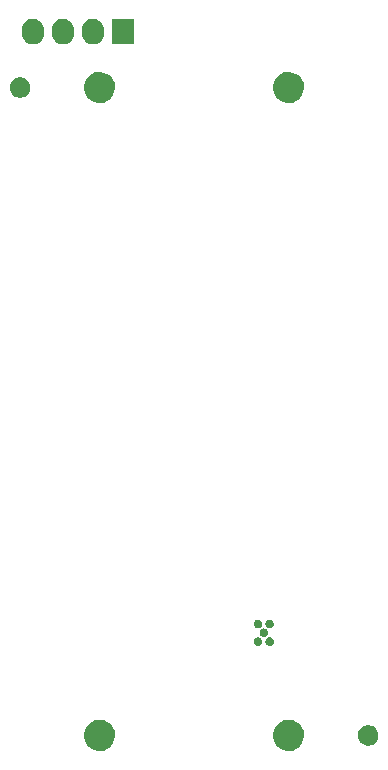
<source format=gbs>
G04 #@! TF.FileFunction,Soldermask,Bot*
%FSLAX46Y46*%
G04 Gerber Fmt 4.6, Leading zero omitted, Abs format (unit mm)*
G04 Created by KiCad (PCBNEW 4.0.4-stable) date 2016 December 21, Wednesday 22:04:00*
%MOMM*%
%LPD*%
G01*
G04 APERTURE LIST*
%ADD10C,0.100000*%
G04 APERTURE END LIST*
D10*
G36*
X8138645Y5519123D02*
X8392225Y5467070D01*
X8630861Y5366757D01*
X8845471Y5222001D01*
X9027879Y5038315D01*
X9171133Y4822701D01*
X9269778Y4583371D01*
X9319991Y4329776D01*
X9319991Y4329767D01*
X9320057Y4329433D01*
X9315928Y4033760D01*
X9315852Y4033426D01*
X9315852Y4033414D01*
X9258580Y3781328D01*
X9153289Y3544841D01*
X9004071Y3333311D01*
X8816603Y3154789D01*
X8598040Y3016084D01*
X8356692Y2922470D01*
X8101762Y2877520D01*
X7842953Y2882941D01*
X7590119Y2938530D01*
X7352908Y3042165D01*
X7140341Y3189903D01*
X6960516Y3376118D01*
X6820289Y3593708D01*
X6724993Y3834396D01*
X6678262Y4089014D01*
X6681877Y4347852D01*
X6735697Y4601058D01*
X6837677Y4838993D01*
X6983927Y5052586D01*
X7168881Y5233707D01*
X7385489Y5375452D01*
X7625506Y5472424D01*
X7879783Y5520930D01*
X8138645Y5519123D01*
X8138645Y5519123D01*
G37*
G36*
X24138645Y5519123D02*
X24392225Y5467070D01*
X24630861Y5366757D01*
X24845471Y5222001D01*
X25027879Y5038315D01*
X25171133Y4822701D01*
X25269778Y4583371D01*
X25319991Y4329776D01*
X25319991Y4329767D01*
X25320057Y4329433D01*
X25315928Y4033760D01*
X25315852Y4033426D01*
X25315852Y4033414D01*
X25258580Y3781328D01*
X25153289Y3544841D01*
X25004071Y3333311D01*
X24816603Y3154789D01*
X24598040Y3016084D01*
X24356692Y2922470D01*
X24101762Y2877520D01*
X23842953Y2882941D01*
X23590119Y2938530D01*
X23352908Y3042165D01*
X23140341Y3189903D01*
X22960516Y3376118D01*
X22820289Y3593708D01*
X22724993Y3834396D01*
X22678262Y4089014D01*
X22681877Y4347852D01*
X22735697Y4601058D01*
X22837677Y4838993D01*
X22983927Y5052586D01*
X23168881Y5233707D01*
X23385489Y5375452D01*
X23625506Y5472424D01*
X23879783Y5520930D01*
X24138645Y5519123D01*
X24138645Y5519123D01*
G37*
G36*
X30821379Y5069422D02*
X30988513Y5035114D01*
X31145794Y4968999D01*
X31287242Y4873592D01*
X31407466Y4752525D01*
X31501884Y4610416D01*
X31566899Y4452677D01*
X31599971Y4285652D01*
X31599971Y4285647D01*
X31600038Y4285308D01*
X31597317Y4090432D01*
X31597239Y4090089D01*
X31597239Y4090087D01*
X31559519Y3924058D01*
X31490122Y3768191D01*
X31391775Y3628774D01*
X31268215Y3511110D01*
X31124163Y3419692D01*
X30965092Y3357991D01*
X30797071Y3328366D01*
X30626492Y3331938D01*
X30459850Y3368577D01*
X30303508Y3436881D01*
X30163407Y3534254D01*
X30044885Y3656987D01*
X29952463Y3800397D01*
X29889655Y3959033D01*
X29858854Y4126851D01*
X29861237Y4297449D01*
X29896709Y4464333D01*
X29963923Y4621155D01*
X30060315Y4761932D01*
X30182217Y4881308D01*
X30324982Y4974730D01*
X30483174Y5038644D01*
X30650765Y5070613D01*
X30821379Y5069422D01*
X30821379Y5069422D01*
G37*
G36*
X21438033Y12511861D02*
X21507596Y12497582D01*
X21573056Y12470064D01*
X21631931Y12430353D01*
X21681968Y12379966D01*
X21721263Y12320820D01*
X21748324Y12255167D01*
X21762050Y12185849D01*
X21762050Y12185835D01*
X21762115Y12185506D01*
X21760983Y12104397D01*
X21760907Y12104063D01*
X21760907Y12104052D01*
X21745253Y12035151D01*
X21716370Y11970278D01*
X21675434Y11912248D01*
X21624014Y11863281D01*
X21564051Y11825228D01*
X21497847Y11799549D01*
X21427916Y11787218D01*
X21356921Y11788705D01*
X21287559Y11803955D01*
X21222490Y11832383D01*
X21164179Y11872911D01*
X21114848Y11923995D01*
X21076383Y11983680D01*
X21050241Y12049706D01*
X21037422Y12119557D01*
X21038414Y12190561D01*
X21053176Y12260014D01*
X21081154Y12325290D01*
X21121274Y12383883D01*
X21172006Y12433565D01*
X21231428Y12472450D01*
X21297269Y12499051D01*
X21367021Y12512357D01*
X21438033Y12511861D01*
X21438033Y12511861D01*
G37*
G36*
X22438033Y12511861D02*
X22507596Y12497582D01*
X22573056Y12470064D01*
X22631931Y12430353D01*
X22681968Y12379966D01*
X22721263Y12320820D01*
X22748324Y12255167D01*
X22762050Y12185849D01*
X22762050Y12185835D01*
X22762115Y12185506D01*
X22760983Y12104397D01*
X22760907Y12104063D01*
X22760907Y12104052D01*
X22745253Y12035151D01*
X22716370Y11970278D01*
X22675434Y11912248D01*
X22624014Y11863281D01*
X22564051Y11825228D01*
X22497847Y11799549D01*
X22427916Y11787218D01*
X22356921Y11788705D01*
X22287559Y11803955D01*
X22222490Y11832383D01*
X22164179Y11872911D01*
X22114848Y11923995D01*
X22076383Y11983680D01*
X22050241Y12049706D01*
X22037422Y12119557D01*
X22038414Y12190561D01*
X22053176Y12260014D01*
X22081154Y12325290D01*
X22121274Y12383883D01*
X22172006Y12433565D01*
X22231428Y12472450D01*
X22297269Y12499051D01*
X22367021Y12512357D01*
X22438033Y12511861D01*
X22438033Y12511861D01*
G37*
G36*
X21938033Y13261861D02*
X22007596Y13247582D01*
X22073056Y13220064D01*
X22131931Y13180353D01*
X22181968Y13129966D01*
X22221263Y13070820D01*
X22248324Y13005167D01*
X22262050Y12935849D01*
X22262050Y12935835D01*
X22262115Y12935506D01*
X22260983Y12854397D01*
X22260907Y12854063D01*
X22260907Y12854052D01*
X22245253Y12785151D01*
X22216370Y12720278D01*
X22175434Y12662248D01*
X22124014Y12613281D01*
X22064051Y12575228D01*
X21997847Y12549549D01*
X21927916Y12537218D01*
X21856921Y12538705D01*
X21787559Y12553955D01*
X21722490Y12582383D01*
X21664179Y12622911D01*
X21614848Y12673995D01*
X21576383Y12733680D01*
X21550241Y12799706D01*
X21537422Y12869557D01*
X21538414Y12940561D01*
X21553176Y13010014D01*
X21581154Y13075290D01*
X21621274Y13133883D01*
X21672006Y13183565D01*
X21731428Y13222450D01*
X21797269Y13249051D01*
X21867021Y13262357D01*
X21938033Y13261861D01*
X21938033Y13261861D01*
G37*
G36*
X21438033Y14011861D02*
X21507596Y13997582D01*
X21573056Y13970064D01*
X21631931Y13930353D01*
X21681968Y13879966D01*
X21721263Y13820820D01*
X21748324Y13755167D01*
X21762050Y13685849D01*
X21762050Y13685835D01*
X21762115Y13685506D01*
X21760983Y13604397D01*
X21760907Y13604063D01*
X21760907Y13604052D01*
X21745253Y13535151D01*
X21716370Y13470278D01*
X21675434Y13412248D01*
X21624014Y13363281D01*
X21564051Y13325228D01*
X21497847Y13299549D01*
X21427916Y13287218D01*
X21356921Y13288705D01*
X21287559Y13303955D01*
X21222490Y13332383D01*
X21164179Y13372911D01*
X21114848Y13423995D01*
X21076383Y13483680D01*
X21050241Y13549706D01*
X21037422Y13619557D01*
X21038414Y13690561D01*
X21053176Y13760014D01*
X21081154Y13825290D01*
X21121274Y13883883D01*
X21172006Y13933565D01*
X21231428Y13972450D01*
X21297269Y13999051D01*
X21367021Y14012357D01*
X21438033Y14011861D01*
X21438033Y14011861D01*
G37*
G36*
X22438033Y14011861D02*
X22507596Y13997582D01*
X22573056Y13970064D01*
X22631931Y13930353D01*
X22681968Y13879966D01*
X22721263Y13820820D01*
X22748324Y13755167D01*
X22762050Y13685849D01*
X22762050Y13685835D01*
X22762115Y13685506D01*
X22760983Y13604397D01*
X22760907Y13604063D01*
X22760907Y13604052D01*
X22745253Y13535151D01*
X22716370Y13470278D01*
X22675434Y13412248D01*
X22624014Y13363281D01*
X22564051Y13325228D01*
X22497847Y13299549D01*
X22427916Y13287218D01*
X22356921Y13288705D01*
X22287559Y13303955D01*
X22222490Y13332383D01*
X22164179Y13372911D01*
X22114848Y13423995D01*
X22076383Y13483680D01*
X22050241Y13549706D01*
X22037422Y13619557D01*
X22038414Y13690561D01*
X22053176Y13760014D01*
X22081154Y13825290D01*
X22121274Y13883883D01*
X22172006Y13933565D01*
X22231428Y13972450D01*
X22297269Y13999051D01*
X22367021Y14012357D01*
X22438033Y14011861D01*
X22438033Y14011861D01*
G37*
G36*
X24138645Y60379123D02*
X24392225Y60327070D01*
X24630861Y60226757D01*
X24845471Y60082001D01*
X25027879Y59898315D01*
X25171133Y59682701D01*
X25269778Y59443371D01*
X25319991Y59189776D01*
X25319991Y59189767D01*
X25320057Y59189433D01*
X25315928Y58893760D01*
X25315852Y58893426D01*
X25315852Y58893414D01*
X25258580Y58641328D01*
X25153289Y58404841D01*
X25004071Y58193311D01*
X24816603Y58014789D01*
X24598040Y57876084D01*
X24356692Y57782470D01*
X24101762Y57737520D01*
X23842953Y57742941D01*
X23590119Y57798530D01*
X23352908Y57902165D01*
X23140341Y58049903D01*
X22960516Y58236118D01*
X22820289Y58453708D01*
X22724993Y58694396D01*
X22678262Y58949014D01*
X22681877Y59207852D01*
X22735697Y59461058D01*
X22837677Y59698993D01*
X22983927Y59912586D01*
X23168881Y60093707D01*
X23385489Y60235452D01*
X23625506Y60332424D01*
X23879783Y60380930D01*
X24138645Y60379123D01*
X24138645Y60379123D01*
G37*
G36*
X8138645Y60379123D02*
X8392225Y60327070D01*
X8630861Y60226757D01*
X8845471Y60082001D01*
X9027879Y59898315D01*
X9171133Y59682701D01*
X9269778Y59443371D01*
X9319991Y59189776D01*
X9319991Y59189767D01*
X9320057Y59189433D01*
X9315928Y58893760D01*
X9315852Y58893426D01*
X9315852Y58893414D01*
X9258580Y58641328D01*
X9153289Y58404841D01*
X9004071Y58193311D01*
X8816603Y58014789D01*
X8598040Y57876084D01*
X8356692Y57782470D01*
X8101762Y57737520D01*
X7842953Y57742941D01*
X7590119Y57798530D01*
X7352908Y57902165D01*
X7140341Y58049903D01*
X6960516Y58236118D01*
X6820289Y58453708D01*
X6724993Y58694396D01*
X6678262Y58949014D01*
X6681877Y59207852D01*
X6735697Y59461058D01*
X6837677Y59698993D01*
X6983927Y59912586D01*
X7168881Y60093707D01*
X7385489Y60235452D01*
X7625506Y60332424D01*
X7879783Y60380930D01*
X8138645Y60379123D01*
X8138645Y60379123D01*
G37*
G36*
X1361379Y59929422D02*
X1528513Y59895114D01*
X1685794Y59828999D01*
X1827242Y59733592D01*
X1947466Y59612525D01*
X2041884Y59470416D01*
X2106899Y59312677D01*
X2139971Y59145652D01*
X2139971Y59145647D01*
X2140038Y59145308D01*
X2137317Y58950432D01*
X2137239Y58950089D01*
X2137239Y58950087D01*
X2099519Y58784058D01*
X2030122Y58628191D01*
X1931775Y58488774D01*
X1808215Y58371110D01*
X1664163Y58279692D01*
X1505092Y58217991D01*
X1337071Y58188366D01*
X1166492Y58191938D01*
X999850Y58228577D01*
X843508Y58296881D01*
X703407Y58394254D01*
X584885Y58516987D01*
X492463Y58660397D01*
X429655Y58819033D01*
X398854Y58986851D01*
X401237Y59157449D01*
X436709Y59324333D01*
X503923Y59481155D01*
X600315Y59621932D01*
X722217Y59741308D01*
X864982Y59834730D01*
X1023174Y59898644D01*
X1190765Y59930613D01*
X1361379Y59929422D01*
X1361379Y59929422D01*
G37*
G36*
X7637678Y64872194D02*
X7637692Y64872190D01*
X7637727Y64872186D01*
X7811786Y64818306D01*
X7972063Y64731644D01*
X8112456Y64615501D01*
X8227616Y64474301D01*
X8313157Y64313422D01*
X8365821Y64138992D01*
X8383601Y63957655D01*
X8383601Y63642345D01*
X8383510Y63629310D01*
X8363200Y63448239D01*
X8308106Y63274561D01*
X8220327Y63114892D01*
X8103207Y62975313D01*
X7961206Y62861142D01*
X7799734Y62776726D01*
X7624940Y62725282D01*
X7624906Y62725279D01*
X7624893Y62725275D01*
X7443485Y62708765D01*
X7262324Y62727806D01*
X7262310Y62727810D01*
X7262275Y62727814D01*
X7088216Y62781694D01*
X6927939Y62868356D01*
X6787546Y62984499D01*
X6672386Y63125699D01*
X6586845Y63286578D01*
X6534181Y63461008D01*
X6516401Y63642345D01*
X6516401Y63957655D01*
X6516492Y63970690D01*
X6536802Y64151761D01*
X6591896Y64325439D01*
X6679675Y64485108D01*
X6796795Y64624687D01*
X6938796Y64738858D01*
X7100268Y64823274D01*
X7275062Y64874718D01*
X7275096Y64874721D01*
X7275109Y64874725D01*
X7456517Y64891235D01*
X7637678Y64872194D01*
X7637678Y64872194D01*
G37*
G36*
X5097678Y64872194D02*
X5097692Y64872190D01*
X5097727Y64872186D01*
X5271786Y64818306D01*
X5432063Y64731644D01*
X5572456Y64615501D01*
X5687616Y64474301D01*
X5773157Y64313422D01*
X5825821Y64138992D01*
X5843601Y63957655D01*
X5843601Y63642345D01*
X5843510Y63629310D01*
X5823200Y63448239D01*
X5768106Y63274561D01*
X5680327Y63114892D01*
X5563207Y62975313D01*
X5421206Y62861142D01*
X5259734Y62776726D01*
X5084940Y62725282D01*
X5084906Y62725279D01*
X5084893Y62725275D01*
X4903485Y62708765D01*
X4722324Y62727806D01*
X4722310Y62727810D01*
X4722275Y62727814D01*
X4548216Y62781694D01*
X4387939Y62868356D01*
X4247546Y62984499D01*
X4132386Y63125699D01*
X4046845Y63286578D01*
X3994181Y63461008D01*
X3976401Y63642345D01*
X3976401Y63957655D01*
X3976492Y63970690D01*
X3996802Y64151761D01*
X4051896Y64325439D01*
X4139675Y64485108D01*
X4256795Y64624687D01*
X4398796Y64738858D01*
X4560268Y64823274D01*
X4735062Y64874718D01*
X4735096Y64874721D01*
X4735109Y64874725D01*
X4916517Y64891235D01*
X5097678Y64872194D01*
X5097678Y64872194D01*
G37*
G36*
X2557678Y64872194D02*
X2557692Y64872190D01*
X2557727Y64872186D01*
X2731786Y64818306D01*
X2892063Y64731644D01*
X3032456Y64615501D01*
X3147616Y64474301D01*
X3233157Y64313422D01*
X3285821Y64138992D01*
X3303601Y63957655D01*
X3303601Y63642345D01*
X3303510Y63629310D01*
X3283200Y63448239D01*
X3228106Y63274561D01*
X3140327Y63114892D01*
X3023207Y62975313D01*
X2881206Y62861142D01*
X2719734Y62776726D01*
X2544940Y62725282D01*
X2544906Y62725279D01*
X2544893Y62725275D01*
X2363485Y62708765D01*
X2182324Y62727806D01*
X2182310Y62727810D01*
X2182275Y62727814D01*
X2008216Y62781694D01*
X1847939Y62868356D01*
X1707546Y62984499D01*
X1592386Y63125699D01*
X1506845Y63286578D01*
X1454181Y63461008D01*
X1436401Y63642345D01*
X1436401Y63957655D01*
X1436492Y63970690D01*
X1456802Y64151761D01*
X1511896Y64325439D01*
X1599675Y64485108D01*
X1716795Y64624687D01*
X1858796Y64738858D01*
X2020268Y64823274D01*
X2195062Y64874718D01*
X2195096Y64874721D01*
X2195109Y64874725D01*
X2376517Y64891235D01*
X2557678Y64872194D01*
X2557678Y64872194D01*
G37*
G36*
X10923601Y62714000D02*
X9056401Y62714000D01*
X9056401Y64886000D01*
X10923601Y64886000D01*
X10923601Y62714000D01*
X10923601Y62714000D01*
G37*
M02*

</source>
